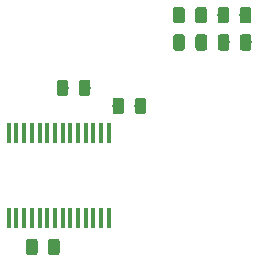
<source format=gbr>
G04 #@! TF.GenerationSoftware,KiCad,Pcbnew,(5.1.4)-1*
G04 #@! TF.CreationDate,2019-10-18T22:13:44+02:00*
G04 #@! TF.ProjectId,Retro PC,52657472-6f20-4504-932e-6b696361645f,1.0*
G04 #@! TF.SameCoordinates,Original*
G04 #@! TF.FileFunction,Paste,Top*
G04 #@! TF.FilePolarity,Positive*
%FSLAX46Y46*%
G04 Gerber Fmt 4.6, Leading zero omitted, Abs format (unit mm)*
G04 Created by KiCad (PCBNEW (5.1.4)-1) date 2019-10-18 22:13:44*
%MOMM*%
%LPD*%
G04 APERTURE LIST*
%ADD10R,0.450000X1.750000*%
%ADD11C,0.100000*%
%ADD12C,0.975000*%
G04 APERTURE END LIST*
D10*
X273634400Y-167571800D03*
X274284400Y-167571800D03*
X274934400Y-167571800D03*
X275584400Y-167571800D03*
X276234400Y-167571800D03*
X276884400Y-167571800D03*
X277534400Y-167571800D03*
X278184400Y-167571800D03*
X278834400Y-167571800D03*
X279484400Y-167571800D03*
X280134400Y-167571800D03*
X280784400Y-167571800D03*
X281434400Y-167571800D03*
X282084400Y-167571800D03*
X282084400Y-174771800D03*
X281434400Y-174771800D03*
X280784400Y-174771800D03*
X280134400Y-174771800D03*
X279484400Y-174771800D03*
X278834400Y-174771800D03*
X278184400Y-174771800D03*
X277534400Y-174771800D03*
X276884400Y-174771800D03*
X276234400Y-174771800D03*
X275584400Y-174771800D03*
X274934400Y-174771800D03*
X274284400Y-174771800D03*
X273634400Y-174771800D03*
D11*
G36*
X277723422Y-176518174D02*
G01*
X277747083Y-176521684D01*
X277770287Y-176527496D01*
X277792809Y-176535554D01*
X277814433Y-176545782D01*
X277834950Y-176558079D01*
X277854163Y-176572329D01*
X277871887Y-176588393D01*
X277887951Y-176606117D01*
X277902201Y-176625330D01*
X277914498Y-176645847D01*
X277924726Y-176667471D01*
X277932784Y-176689993D01*
X277938596Y-176713197D01*
X277942106Y-176736858D01*
X277943280Y-176760750D01*
X277943280Y-177673250D01*
X277942106Y-177697142D01*
X277938596Y-177720803D01*
X277932784Y-177744007D01*
X277924726Y-177766529D01*
X277914498Y-177788153D01*
X277902201Y-177808670D01*
X277887951Y-177827883D01*
X277871887Y-177845607D01*
X277854163Y-177861671D01*
X277834950Y-177875921D01*
X277814433Y-177888218D01*
X277792809Y-177898446D01*
X277770287Y-177906504D01*
X277747083Y-177912316D01*
X277723422Y-177915826D01*
X277699530Y-177917000D01*
X277212030Y-177917000D01*
X277188138Y-177915826D01*
X277164477Y-177912316D01*
X277141273Y-177906504D01*
X277118751Y-177898446D01*
X277097127Y-177888218D01*
X277076610Y-177875921D01*
X277057397Y-177861671D01*
X277039673Y-177845607D01*
X277023609Y-177827883D01*
X277009359Y-177808670D01*
X276997062Y-177788153D01*
X276986834Y-177766529D01*
X276978776Y-177744007D01*
X276972964Y-177720803D01*
X276969454Y-177697142D01*
X276968280Y-177673250D01*
X276968280Y-176760750D01*
X276969454Y-176736858D01*
X276972964Y-176713197D01*
X276978776Y-176689993D01*
X276986834Y-176667471D01*
X276997062Y-176645847D01*
X277009359Y-176625330D01*
X277023609Y-176606117D01*
X277039673Y-176588393D01*
X277057397Y-176572329D01*
X277076610Y-176558079D01*
X277097127Y-176545782D01*
X277118751Y-176535554D01*
X277141273Y-176527496D01*
X277164477Y-176521684D01*
X277188138Y-176518174D01*
X277212030Y-176517000D01*
X277699530Y-176517000D01*
X277723422Y-176518174D01*
X277723422Y-176518174D01*
G37*
D12*
X277455780Y-177217000D03*
D11*
G36*
X275848422Y-176518174D02*
G01*
X275872083Y-176521684D01*
X275895287Y-176527496D01*
X275917809Y-176535554D01*
X275939433Y-176545782D01*
X275959950Y-176558079D01*
X275979163Y-176572329D01*
X275996887Y-176588393D01*
X276012951Y-176606117D01*
X276027201Y-176625330D01*
X276039498Y-176645847D01*
X276049726Y-176667471D01*
X276057784Y-176689993D01*
X276063596Y-176713197D01*
X276067106Y-176736858D01*
X276068280Y-176760750D01*
X276068280Y-177673250D01*
X276067106Y-177697142D01*
X276063596Y-177720803D01*
X276057784Y-177744007D01*
X276049726Y-177766529D01*
X276039498Y-177788153D01*
X276027201Y-177808670D01*
X276012951Y-177827883D01*
X275996887Y-177845607D01*
X275979163Y-177861671D01*
X275959950Y-177875921D01*
X275939433Y-177888218D01*
X275917809Y-177898446D01*
X275895287Y-177906504D01*
X275872083Y-177912316D01*
X275848422Y-177915826D01*
X275824530Y-177917000D01*
X275337030Y-177917000D01*
X275313138Y-177915826D01*
X275289477Y-177912316D01*
X275266273Y-177906504D01*
X275243751Y-177898446D01*
X275222127Y-177888218D01*
X275201610Y-177875921D01*
X275182397Y-177861671D01*
X275164673Y-177845607D01*
X275148609Y-177827883D01*
X275134359Y-177808670D01*
X275122062Y-177788153D01*
X275111834Y-177766529D01*
X275103776Y-177744007D01*
X275097964Y-177720803D01*
X275094454Y-177697142D01*
X275093280Y-177673250D01*
X275093280Y-176760750D01*
X275094454Y-176736858D01*
X275097964Y-176713197D01*
X275103776Y-176689993D01*
X275111834Y-176667471D01*
X275122062Y-176645847D01*
X275134359Y-176625330D01*
X275148609Y-176606117D01*
X275164673Y-176588393D01*
X275182397Y-176572329D01*
X275201610Y-176558079D01*
X275222127Y-176545782D01*
X275243751Y-176535554D01*
X275266273Y-176527496D01*
X275289477Y-176521684D01*
X275313138Y-176518174D01*
X275337030Y-176517000D01*
X275824530Y-176517000D01*
X275848422Y-176518174D01*
X275848422Y-176518174D01*
G37*
D12*
X275580780Y-177217000D03*
D11*
G36*
X278451142Y-163053174D02*
G01*
X278474803Y-163056684D01*
X278498007Y-163062496D01*
X278520529Y-163070554D01*
X278542153Y-163080782D01*
X278562670Y-163093079D01*
X278581883Y-163107329D01*
X278599607Y-163123393D01*
X278615671Y-163141117D01*
X278629921Y-163160330D01*
X278642218Y-163180847D01*
X278652446Y-163202471D01*
X278660504Y-163224993D01*
X278666316Y-163248197D01*
X278669826Y-163271858D01*
X278671000Y-163295750D01*
X278671000Y-164208250D01*
X278669826Y-164232142D01*
X278666316Y-164255803D01*
X278660504Y-164279007D01*
X278652446Y-164301529D01*
X278642218Y-164323153D01*
X278629921Y-164343670D01*
X278615671Y-164362883D01*
X278599607Y-164380607D01*
X278581883Y-164396671D01*
X278562670Y-164410921D01*
X278542153Y-164423218D01*
X278520529Y-164433446D01*
X278498007Y-164441504D01*
X278474803Y-164447316D01*
X278451142Y-164450826D01*
X278427250Y-164452000D01*
X277939750Y-164452000D01*
X277915858Y-164450826D01*
X277892197Y-164447316D01*
X277868993Y-164441504D01*
X277846471Y-164433446D01*
X277824847Y-164423218D01*
X277804330Y-164410921D01*
X277785117Y-164396671D01*
X277767393Y-164380607D01*
X277751329Y-164362883D01*
X277737079Y-164343670D01*
X277724782Y-164323153D01*
X277714554Y-164301529D01*
X277706496Y-164279007D01*
X277700684Y-164255803D01*
X277697174Y-164232142D01*
X277696000Y-164208250D01*
X277696000Y-163295750D01*
X277697174Y-163271858D01*
X277700684Y-163248197D01*
X277706496Y-163224993D01*
X277714554Y-163202471D01*
X277724782Y-163180847D01*
X277737079Y-163160330D01*
X277751329Y-163141117D01*
X277767393Y-163123393D01*
X277785117Y-163107329D01*
X277804330Y-163093079D01*
X277824847Y-163080782D01*
X277846471Y-163070554D01*
X277868993Y-163062496D01*
X277892197Y-163056684D01*
X277915858Y-163053174D01*
X277939750Y-163052000D01*
X278427250Y-163052000D01*
X278451142Y-163053174D01*
X278451142Y-163053174D01*
G37*
D12*
X278183500Y-163752000D03*
D11*
G36*
X280326142Y-163053174D02*
G01*
X280349803Y-163056684D01*
X280373007Y-163062496D01*
X280395529Y-163070554D01*
X280417153Y-163080782D01*
X280437670Y-163093079D01*
X280456883Y-163107329D01*
X280474607Y-163123393D01*
X280490671Y-163141117D01*
X280504921Y-163160330D01*
X280517218Y-163180847D01*
X280527446Y-163202471D01*
X280535504Y-163224993D01*
X280541316Y-163248197D01*
X280544826Y-163271858D01*
X280546000Y-163295750D01*
X280546000Y-164208250D01*
X280544826Y-164232142D01*
X280541316Y-164255803D01*
X280535504Y-164279007D01*
X280527446Y-164301529D01*
X280517218Y-164323153D01*
X280504921Y-164343670D01*
X280490671Y-164362883D01*
X280474607Y-164380607D01*
X280456883Y-164396671D01*
X280437670Y-164410921D01*
X280417153Y-164423218D01*
X280395529Y-164433446D01*
X280373007Y-164441504D01*
X280349803Y-164447316D01*
X280326142Y-164450826D01*
X280302250Y-164452000D01*
X279814750Y-164452000D01*
X279790858Y-164450826D01*
X279767197Y-164447316D01*
X279743993Y-164441504D01*
X279721471Y-164433446D01*
X279699847Y-164423218D01*
X279679330Y-164410921D01*
X279660117Y-164396671D01*
X279642393Y-164380607D01*
X279626329Y-164362883D01*
X279612079Y-164343670D01*
X279599782Y-164323153D01*
X279589554Y-164301529D01*
X279581496Y-164279007D01*
X279575684Y-164255803D01*
X279572174Y-164232142D01*
X279571000Y-164208250D01*
X279571000Y-163295750D01*
X279572174Y-163271858D01*
X279575684Y-163248197D01*
X279581496Y-163224993D01*
X279589554Y-163202471D01*
X279599782Y-163180847D01*
X279612079Y-163160330D01*
X279626329Y-163141117D01*
X279642393Y-163123393D01*
X279660117Y-163107329D01*
X279679330Y-163093079D01*
X279699847Y-163080782D01*
X279721471Y-163070554D01*
X279743993Y-163062496D01*
X279767197Y-163056684D01*
X279790858Y-163053174D01*
X279814750Y-163052000D01*
X280302250Y-163052000D01*
X280326142Y-163053174D01*
X280326142Y-163053174D01*
G37*
D12*
X280058500Y-163752000D03*
D11*
G36*
X288320142Y-159207174D02*
G01*
X288343803Y-159210684D01*
X288367007Y-159216496D01*
X288389529Y-159224554D01*
X288411153Y-159234782D01*
X288431670Y-159247079D01*
X288450883Y-159261329D01*
X288468607Y-159277393D01*
X288484671Y-159295117D01*
X288498921Y-159314330D01*
X288511218Y-159334847D01*
X288521446Y-159356471D01*
X288529504Y-159378993D01*
X288535316Y-159402197D01*
X288538826Y-159425858D01*
X288540000Y-159449750D01*
X288540000Y-160362250D01*
X288538826Y-160386142D01*
X288535316Y-160409803D01*
X288529504Y-160433007D01*
X288521446Y-160455529D01*
X288511218Y-160477153D01*
X288498921Y-160497670D01*
X288484671Y-160516883D01*
X288468607Y-160534607D01*
X288450883Y-160550671D01*
X288431670Y-160564921D01*
X288411153Y-160577218D01*
X288389529Y-160587446D01*
X288367007Y-160595504D01*
X288343803Y-160601316D01*
X288320142Y-160604826D01*
X288296250Y-160606000D01*
X287808750Y-160606000D01*
X287784858Y-160604826D01*
X287761197Y-160601316D01*
X287737993Y-160595504D01*
X287715471Y-160587446D01*
X287693847Y-160577218D01*
X287673330Y-160564921D01*
X287654117Y-160550671D01*
X287636393Y-160534607D01*
X287620329Y-160516883D01*
X287606079Y-160497670D01*
X287593782Y-160477153D01*
X287583554Y-160455529D01*
X287575496Y-160433007D01*
X287569684Y-160409803D01*
X287566174Y-160386142D01*
X287565000Y-160362250D01*
X287565000Y-159449750D01*
X287566174Y-159425858D01*
X287569684Y-159402197D01*
X287575496Y-159378993D01*
X287583554Y-159356471D01*
X287593782Y-159334847D01*
X287606079Y-159314330D01*
X287620329Y-159295117D01*
X287636393Y-159277393D01*
X287654117Y-159261329D01*
X287673330Y-159247079D01*
X287693847Y-159234782D01*
X287715471Y-159224554D01*
X287737993Y-159216496D01*
X287761197Y-159210684D01*
X287784858Y-159207174D01*
X287808750Y-159206000D01*
X288296250Y-159206000D01*
X288320142Y-159207174D01*
X288320142Y-159207174D01*
G37*
D12*
X288052500Y-159906000D03*
D11*
G36*
X290195142Y-159207174D02*
G01*
X290218803Y-159210684D01*
X290242007Y-159216496D01*
X290264529Y-159224554D01*
X290286153Y-159234782D01*
X290306670Y-159247079D01*
X290325883Y-159261329D01*
X290343607Y-159277393D01*
X290359671Y-159295117D01*
X290373921Y-159314330D01*
X290386218Y-159334847D01*
X290396446Y-159356471D01*
X290404504Y-159378993D01*
X290410316Y-159402197D01*
X290413826Y-159425858D01*
X290415000Y-159449750D01*
X290415000Y-160362250D01*
X290413826Y-160386142D01*
X290410316Y-160409803D01*
X290404504Y-160433007D01*
X290396446Y-160455529D01*
X290386218Y-160477153D01*
X290373921Y-160497670D01*
X290359671Y-160516883D01*
X290343607Y-160534607D01*
X290325883Y-160550671D01*
X290306670Y-160564921D01*
X290286153Y-160577218D01*
X290264529Y-160587446D01*
X290242007Y-160595504D01*
X290218803Y-160601316D01*
X290195142Y-160604826D01*
X290171250Y-160606000D01*
X289683750Y-160606000D01*
X289659858Y-160604826D01*
X289636197Y-160601316D01*
X289612993Y-160595504D01*
X289590471Y-160587446D01*
X289568847Y-160577218D01*
X289548330Y-160564921D01*
X289529117Y-160550671D01*
X289511393Y-160534607D01*
X289495329Y-160516883D01*
X289481079Y-160497670D01*
X289468782Y-160477153D01*
X289458554Y-160455529D01*
X289450496Y-160433007D01*
X289444684Y-160409803D01*
X289441174Y-160386142D01*
X289440000Y-160362250D01*
X289440000Y-159449750D01*
X289441174Y-159425858D01*
X289444684Y-159402197D01*
X289450496Y-159378993D01*
X289458554Y-159356471D01*
X289468782Y-159334847D01*
X289481079Y-159314330D01*
X289495329Y-159295117D01*
X289511393Y-159277393D01*
X289529117Y-159261329D01*
X289548330Y-159247079D01*
X289568847Y-159234782D01*
X289590471Y-159224554D01*
X289612993Y-159216496D01*
X289636197Y-159210684D01*
X289659858Y-159207174D01*
X289683750Y-159206000D01*
X290171250Y-159206000D01*
X290195142Y-159207174D01*
X290195142Y-159207174D01*
G37*
D12*
X289927500Y-159906000D03*
D11*
G36*
X288302142Y-156902174D02*
G01*
X288325803Y-156905684D01*
X288349007Y-156911496D01*
X288371529Y-156919554D01*
X288393153Y-156929782D01*
X288413670Y-156942079D01*
X288432883Y-156956329D01*
X288450607Y-156972393D01*
X288466671Y-156990117D01*
X288480921Y-157009330D01*
X288493218Y-157029847D01*
X288503446Y-157051471D01*
X288511504Y-157073993D01*
X288517316Y-157097197D01*
X288520826Y-157120858D01*
X288522000Y-157144750D01*
X288522000Y-158057250D01*
X288520826Y-158081142D01*
X288517316Y-158104803D01*
X288511504Y-158128007D01*
X288503446Y-158150529D01*
X288493218Y-158172153D01*
X288480921Y-158192670D01*
X288466671Y-158211883D01*
X288450607Y-158229607D01*
X288432883Y-158245671D01*
X288413670Y-158259921D01*
X288393153Y-158272218D01*
X288371529Y-158282446D01*
X288349007Y-158290504D01*
X288325803Y-158296316D01*
X288302142Y-158299826D01*
X288278250Y-158301000D01*
X287790750Y-158301000D01*
X287766858Y-158299826D01*
X287743197Y-158296316D01*
X287719993Y-158290504D01*
X287697471Y-158282446D01*
X287675847Y-158272218D01*
X287655330Y-158259921D01*
X287636117Y-158245671D01*
X287618393Y-158229607D01*
X287602329Y-158211883D01*
X287588079Y-158192670D01*
X287575782Y-158172153D01*
X287565554Y-158150529D01*
X287557496Y-158128007D01*
X287551684Y-158104803D01*
X287548174Y-158081142D01*
X287547000Y-158057250D01*
X287547000Y-157144750D01*
X287548174Y-157120858D01*
X287551684Y-157097197D01*
X287557496Y-157073993D01*
X287565554Y-157051471D01*
X287575782Y-157029847D01*
X287588079Y-157009330D01*
X287602329Y-156990117D01*
X287618393Y-156972393D01*
X287636117Y-156956329D01*
X287655330Y-156942079D01*
X287675847Y-156929782D01*
X287697471Y-156919554D01*
X287719993Y-156911496D01*
X287743197Y-156905684D01*
X287766858Y-156902174D01*
X287790750Y-156901000D01*
X288278250Y-156901000D01*
X288302142Y-156902174D01*
X288302142Y-156902174D01*
G37*
D12*
X288034500Y-157601000D03*
D11*
G36*
X290177142Y-156902174D02*
G01*
X290200803Y-156905684D01*
X290224007Y-156911496D01*
X290246529Y-156919554D01*
X290268153Y-156929782D01*
X290288670Y-156942079D01*
X290307883Y-156956329D01*
X290325607Y-156972393D01*
X290341671Y-156990117D01*
X290355921Y-157009330D01*
X290368218Y-157029847D01*
X290378446Y-157051471D01*
X290386504Y-157073993D01*
X290392316Y-157097197D01*
X290395826Y-157120858D01*
X290397000Y-157144750D01*
X290397000Y-158057250D01*
X290395826Y-158081142D01*
X290392316Y-158104803D01*
X290386504Y-158128007D01*
X290378446Y-158150529D01*
X290368218Y-158172153D01*
X290355921Y-158192670D01*
X290341671Y-158211883D01*
X290325607Y-158229607D01*
X290307883Y-158245671D01*
X290288670Y-158259921D01*
X290268153Y-158272218D01*
X290246529Y-158282446D01*
X290224007Y-158290504D01*
X290200803Y-158296316D01*
X290177142Y-158299826D01*
X290153250Y-158301000D01*
X289665750Y-158301000D01*
X289641858Y-158299826D01*
X289618197Y-158296316D01*
X289594993Y-158290504D01*
X289572471Y-158282446D01*
X289550847Y-158272218D01*
X289530330Y-158259921D01*
X289511117Y-158245671D01*
X289493393Y-158229607D01*
X289477329Y-158211883D01*
X289463079Y-158192670D01*
X289450782Y-158172153D01*
X289440554Y-158150529D01*
X289432496Y-158128007D01*
X289426684Y-158104803D01*
X289423174Y-158081142D01*
X289422000Y-158057250D01*
X289422000Y-157144750D01*
X289423174Y-157120858D01*
X289426684Y-157097197D01*
X289432496Y-157073993D01*
X289440554Y-157051471D01*
X289450782Y-157029847D01*
X289463079Y-157009330D01*
X289477329Y-156990117D01*
X289493393Y-156972393D01*
X289511117Y-156956329D01*
X289530330Y-156942079D01*
X289550847Y-156929782D01*
X289572471Y-156919554D01*
X289594993Y-156911496D01*
X289618197Y-156905684D01*
X289641858Y-156902174D01*
X289665750Y-156901000D01*
X290153250Y-156901000D01*
X290177142Y-156902174D01*
X290177142Y-156902174D01*
G37*
D12*
X289909500Y-157601000D03*
D11*
G36*
X293956642Y-159207174D02*
G01*
X293980303Y-159210684D01*
X294003507Y-159216496D01*
X294026029Y-159224554D01*
X294047653Y-159234782D01*
X294068170Y-159247079D01*
X294087383Y-159261329D01*
X294105107Y-159277393D01*
X294121171Y-159295117D01*
X294135421Y-159314330D01*
X294147718Y-159334847D01*
X294157946Y-159356471D01*
X294166004Y-159378993D01*
X294171816Y-159402197D01*
X294175326Y-159425858D01*
X294176500Y-159449750D01*
X294176500Y-160362250D01*
X294175326Y-160386142D01*
X294171816Y-160409803D01*
X294166004Y-160433007D01*
X294157946Y-160455529D01*
X294147718Y-160477153D01*
X294135421Y-160497670D01*
X294121171Y-160516883D01*
X294105107Y-160534607D01*
X294087383Y-160550671D01*
X294068170Y-160564921D01*
X294047653Y-160577218D01*
X294026029Y-160587446D01*
X294003507Y-160595504D01*
X293980303Y-160601316D01*
X293956642Y-160604826D01*
X293932750Y-160606000D01*
X293445250Y-160606000D01*
X293421358Y-160604826D01*
X293397697Y-160601316D01*
X293374493Y-160595504D01*
X293351971Y-160587446D01*
X293330347Y-160577218D01*
X293309830Y-160564921D01*
X293290617Y-160550671D01*
X293272893Y-160534607D01*
X293256829Y-160516883D01*
X293242579Y-160497670D01*
X293230282Y-160477153D01*
X293220054Y-160455529D01*
X293211996Y-160433007D01*
X293206184Y-160409803D01*
X293202674Y-160386142D01*
X293201500Y-160362250D01*
X293201500Y-159449750D01*
X293202674Y-159425858D01*
X293206184Y-159402197D01*
X293211996Y-159378993D01*
X293220054Y-159356471D01*
X293230282Y-159334847D01*
X293242579Y-159314330D01*
X293256829Y-159295117D01*
X293272893Y-159277393D01*
X293290617Y-159261329D01*
X293309830Y-159247079D01*
X293330347Y-159234782D01*
X293351971Y-159224554D01*
X293374493Y-159216496D01*
X293397697Y-159210684D01*
X293421358Y-159207174D01*
X293445250Y-159206000D01*
X293932750Y-159206000D01*
X293956642Y-159207174D01*
X293956642Y-159207174D01*
G37*
D12*
X293689000Y-159906000D03*
D11*
G36*
X292081642Y-159207174D02*
G01*
X292105303Y-159210684D01*
X292128507Y-159216496D01*
X292151029Y-159224554D01*
X292172653Y-159234782D01*
X292193170Y-159247079D01*
X292212383Y-159261329D01*
X292230107Y-159277393D01*
X292246171Y-159295117D01*
X292260421Y-159314330D01*
X292272718Y-159334847D01*
X292282946Y-159356471D01*
X292291004Y-159378993D01*
X292296816Y-159402197D01*
X292300326Y-159425858D01*
X292301500Y-159449750D01*
X292301500Y-160362250D01*
X292300326Y-160386142D01*
X292296816Y-160409803D01*
X292291004Y-160433007D01*
X292282946Y-160455529D01*
X292272718Y-160477153D01*
X292260421Y-160497670D01*
X292246171Y-160516883D01*
X292230107Y-160534607D01*
X292212383Y-160550671D01*
X292193170Y-160564921D01*
X292172653Y-160577218D01*
X292151029Y-160587446D01*
X292128507Y-160595504D01*
X292105303Y-160601316D01*
X292081642Y-160604826D01*
X292057750Y-160606000D01*
X291570250Y-160606000D01*
X291546358Y-160604826D01*
X291522697Y-160601316D01*
X291499493Y-160595504D01*
X291476971Y-160587446D01*
X291455347Y-160577218D01*
X291434830Y-160564921D01*
X291415617Y-160550671D01*
X291397893Y-160534607D01*
X291381829Y-160516883D01*
X291367579Y-160497670D01*
X291355282Y-160477153D01*
X291345054Y-160455529D01*
X291336996Y-160433007D01*
X291331184Y-160409803D01*
X291327674Y-160386142D01*
X291326500Y-160362250D01*
X291326500Y-159449750D01*
X291327674Y-159425858D01*
X291331184Y-159402197D01*
X291336996Y-159378993D01*
X291345054Y-159356471D01*
X291355282Y-159334847D01*
X291367579Y-159314330D01*
X291381829Y-159295117D01*
X291397893Y-159277393D01*
X291415617Y-159261329D01*
X291434830Y-159247079D01*
X291455347Y-159234782D01*
X291476971Y-159224554D01*
X291499493Y-159216496D01*
X291522697Y-159210684D01*
X291546358Y-159207174D01*
X291570250Y-159206000D01*
X292057750Y-159206000D01*
X292081642Y-159207174D01*
X292081642Y-159207174D01*
G37*
D12*
X291814000Y-159906000D03*
D11*
G36*
X293938642Y-156902174D02*
G01*
X293962303Y-156905684D01*
X293985507Y-156911496D01*
X294008029Y-156919554D01*
X294029653Y-156929782D01*
X294050170Y-156942079D01*
X294069383Y-156956329D01*
X294087107Y-156972393D01*
X294103171Y-156990117D01*
X294117421Y-157009330D01*
X294129718Y-157029847D01*
X294139946Y-157051471D01*
X294148004Y-157073993D01*
X294153816Y-157097197D01*
X294157326Y-157120858D01*
X294158500Y-157144750D01*
X294158500Y-158057250D01*
X294157326Y-158081142D01*
X294153816Y-158104803D01*
X294148004Y-158128007D01*
X294139946Y-158150529D01*
X294129718Y-158172153D01*
X294117421Y-158192670D01*
X294103171Y-158211883D01*
X294087107Y-158229607D01*
X294069383Y-158245671D01*
X294050170Y-158259921D01*
X294029653Y-158272218D01*
X294008029Y-158282446D01*
X293985507Y-158290504D01*
X293962303Y-158296316D01*
X293938642Y-158299826D01*
X293914750Y-158301000D01*
X293427250Y-158301000D01*
X293403358Y-158299826D01*
X293379697Y-158296316D01*
X293356493Y-158290504D01*
X293333971Y-158282446D01*
X293312347Y-158272218D01*
X293291830Y-158259921D01*
X293272617Y-158245671D01*
X293254893Y-158229607D01*
X293238829Y-158211883D01*
X293224579Y-158192670D01*
X293212282Y-158172153D01*
X293202054Y-158150529D01*
X293193996Y-158128007D01*
X293188184Y-158104803D01*
X293184674Y-158081142D01*
X293183500Y-158057250D01*
X293183500Y-157144750D01*
X293184674Y-157120858D01*
X293188184Y-157097197D01*
X293193996Y-157073993D01*
X293202054Y-157051471D01*
X293212282Y-157029847D01*
X293224579Y-157009330D01*
X293238829Y-156990117D01*
X293254893Y-156972393D01*
X293272617Y-156956329D01*
X293291830Y-156942079D01*
X293312347Y-156929782D01*
X293333971Y-156919554D01*
X293356493Y-156911496D01*
X293379697Y-156905684D01*
X293403358Y-156902174D01*
X293427250Y-156901000D01*
X293914750Y-156901000D01*
X293938642Y-156902174D01*
X293938642Y-156902174D01*
G37*
D12*
X293671000Y-157601000D03*
D11*
G36*
X292063642Y-156902174D02*
G01*
X292087303Y-156905684D01*
X292110507Y-156911496D01*
X292133029Y-156919554D01*
X292154653Y-156929782D01*
X292175170Y-156942079D01*
X292194383Y-156956329D01*
X292212107Y-156972393D01*
X292228171Y-156990117D01*
X292242421Y-157009330D01*
X292254718Y-157029847D01*
X292264946Y-157051471D01*
X292273004Y-157073993D01*
X292278816Y-157097197D01*
X292282326Y-157120858D01*
X292283500Y-157144750D01*
X292283500Y-158057250D01*
X292282326Y-158081142D01*
X292278816Y-158104803D01*
X292273004Y-158128007D01*
X292264946Y-158150529D01*
X292254718Y-158172153D01*
X292242421Y-158192670D01*
X292228171Y-158211883D01*
X292212107Y-158229607D01*
X292194383Y-158245671D01*
X292175170Y-158259921D01*
X292154653Y-158272218D01*
X292133029Y-158282446D01*
X292110507Y-158290504D01*
X292087303Y-158296316D01*
X292063642Y-158299826D01*
X292039750Y-158301000D01*
X291552250Y-158301000D01*
X291528358Y-158299826D01*
X291504697Y-158296316D01*
X291481493Y-158290504D01*
X291458971Y-158282446D01*
X291437347Y-158272218D01*
X291416830Y-158259921D01*
X291397617Y-158245671D01*
X291379893Y-158229607D01*
X291363829Y-158211883D01*
X291349579Y-158192670D01*
X291337282Y-158172153D01*
X291327054Y-158150529D01*
X291318996Y-158128007D01*
X291313184Y-158104803D01*
X291309674Y-158081142D01*
X291308500Y-158057250D01*
X291308500Y-157144750D01*
X291309674Y-157120858D01*
X291313184Y-157097197D01*
X291318996Y-157073993D01*
X291327054Y-157051471D01*
X291337282Y-157029847D01*
X291349579Y-157009330D01*
X291363829Y-156990117D01*
X291379893Y-156972393D01*
X291397617Y-156956329D01*
X291416830Y-156942079D01*
X291437347Y-156929782D01*
X291458971Y-156919554D01*
X291481493Y-156911496D01*
X291504697Y-156905684D01*
X291528358Y-156902174D01*
X291552250Y-156901000D01*
X292039750Y-156901000D01*
X292063642Y-156902174D01*
X292063642Y-156902174D01*
G37*
D12*
X291796000Y-157601000D03*
D11*
G36*
X283175142Y-164579174D02*
G01*
X283198803Y-164582684D01*
X283222007Y-164588496D01*
X283244529Y-164596554D01*
X283266153Y-164606782D01*
X283286670Y-164619079D01*
X283305883Y-164633329D01*
X283323607Y-164649393D01*
X283339671Y-164667117D01*
X283353921Y-164686330D01*
X283366218Y-164706847D01*
X283376446Y-164728471D01*
X283384504Y-164750993D01*
X283390316Y-164774197D01*
X283393826Y-164797858D01*
X283395000Y-164821750D01*
X283395000Y-165734250D01*
X283393826Y-165758142D01*
X283390316Y-165781803D01*
X283384504Y-165805007D01*
X283376446Y-165827529D01*
X283366218Y-165849153D01*
X283353921Y-165869670D01*
X283339671Y-165888883D01*
X283323607Y-165906607D01*
X283305883Y-165922671D01*
X283286670Y-165936921D01*
X283266153Y-165949218D01*
X283244529Y-165959446D01*
X283222007Y-165967504D01*
X283198803Y-165973316D01*
X283175142Y-165976826D01*
X283151250Y-165978000D01*
X282663750Y-165978000D01*
X282639858Y-165976826D01*
X282616197Y-165973316D01*
X282592993Y-165967504D01*
X282570471Y-165959446D01*
X282548847Y-165949218D01*
X282528330Y-165936921D01*
X282509117Y-165922671D01*
X282491393Y-165906607D01*
X282475329Y-165888883D01*
X282461079Y-165869670D01*
X282448782Y-165849153D01*
X282438554Y-165827529D01*
X282430496Y-165805007D01*
X282424684Y-165781803D01*
X282421174Y-165758142D01*
X282420000Y-165734250D01*
X282420000Y-164821750D01*
X282421174Y-164797858D01*
X282424684Y-164774197D01*
X282430496Y-164750993D01*
X282438554Y-164728471D01*
X282448782Y-164706847D01*
X282461079Y-164686330D01*
X282475329Y-164667117D01*
X282491393Y-164649393D01*
X282509117Y-164633329D01*
X282528330Y-164619079D01*
X282548847Y-164606782D01*
X282570471Y-164596554D01*
X282592993Y-164588496D01*
X282616197Y-164582684D01*
X282639858Y-164579174D01*
X282663750Y-164578000D01*
X283151250Y-164578000D01*
X283175142Y-164579174D01*
X283175142Y-164579174D01*
G37*
D12*
X282907500Y-165278000D03*
D11*
G36*
X285050142Y-164579174D02*
G01*
X285073803Y-164582684D01*
X285097007Y-164588496D01*
X285119529Y-164596554D01*
X285141153Y-164606782D01*
X285161670Y-164619079D01*
X285180883Y-164633329D01*
X285198607Y-164649393D01*
X285214671Y-164667117D01*
X285228921Y-164686330D01*
X285241218Y-164706847D01*
X285251446Y-164728471D01*
X285259504Y-164750993D01*
X285265316Y-164774197D01*
X285268826Y-164797858D01*
X285270000Y-164821750D01*
X285270000Y-165734250D01*
X285268826Y-165758142D01*
X285265316Y-165781803D01*
X285259504Y-165805007D01*
X285251446Y-165827529D01*
X285241218Y-165849153D01*
X285228921Y-165869670D01*
X285214671Y-165888883D01*
X285198607Y-165906607D01*
X285180883Y-165922671D01*
X285161670Y-165936921D01*
X285141153Y-165949218D01*
X285119529Y-165959446D01*
X285097007Y-165967504D01*
X285073803Y-165973316D01*
X285050142Y-165976826D01*
X285026250Y-165978000D01*
X284538750Y-165978000D01*
X284514858Y-165976826D01*
X284491197Y-165973316D01*
X284467993Y-165967504D01*
X284445471Y-165959446D01*
X284423847Y-165949218D01*
X284403330Y-165936921D01*
X284384117Y-165922671D01*
X284366393Y-165906607D01*
X284350329Y-165888883D01*
X284336079Y-165869670D01*
X284323782Y-165849153D01*
X284313554Y-165827529D01*
X284305496Y-165805007D01*
X284299684Y-165781803D01*
X284296174Y-165758142D01*
X284295000Y-165734250D01*
X284295000Y-164821750D01*
X284296174Y-164797858D01*
X284299684Y-164774197D01*
X284305496Y-164750993D01*
X284313554Y-164728471D01*
X284323782Y-164706847D01*
X284336079Y-164686330D01*
X284350329Y-164667117D01*
X284366393Y-164649393D01*
X284384117Y-164633329D01*
X284403330Y-164619079D01*
X284423847Y-164606782D01*
X284445471Y-164596554D01*
X284467993Y-164588496D01*
X284491197Y-164582684D01*
X284514858Y-164579174D01*
X284538750Y-164578000D01*
X285026250Y-164578000D01*
X285050142Y-164579174D01*
X285050142Y-164579174D01*
G37*
D12*
X284782500Y-165278000D03*
M02*

</source>
